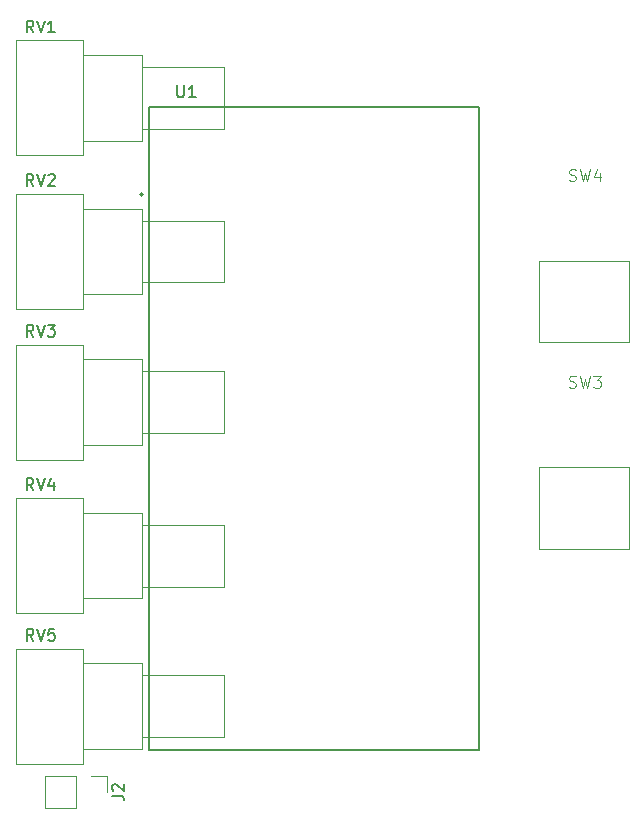
<source format=gbr>
%TF.GenerationSoftware,KiCad,Pcbnew,8.0.5*%
%TF.CreationDate,2024-11-17T20:05:27+09:00*%
%TF.ProjectId,VR_glove,56525f67-6c6f-4766-952e-6b696361645f,rev?*%
%TF.SameCoordinates,Original*%
%TF.FileFunction,Legend,Top*%
%TF.FilePolarity,Positive*%
%FSLAX46Y46*%
G04 Gerber Fmt 4.6, Leading zero omitted, Abs format (unit mm)*
G04 Created by KiCad (PCBNEW 8.0.5) date 2024-11-17 20:05:27*
%MOMM*%
%LPD*%
G01*
G04 APERTURE LIST*
%ADD10C,0.150000*%
%ADD11C,0.100000*%
%ADD12C,0.127000*%
%ADD13C,0.200000*%
%ADD14C,0.120000*%
G04 APERTURE END LIST*
D10*
X145308626Y-52428567D02*
X145308626Y-53238403D01*
X145308626Y-53238403D02*
X145356263Y-53333678D01*
X145356263Y-53333678D02*
X145403901Y-53381316D01*
X145403901Y-53381316D02*
X145499175Y-53428953D01*
X145499175Y-53428953D02*
X145689725Y-53428953D01*
X145689725Y-53428953D02*
X145785000Y-53381316D01*
X145785000Y-53381316D02*
X145832637Y-53333678D01*
X145832637Y-53333678D02*
X145880275Y-53238403D01*
X145880275Y-53238403D02*
X145880275Y-52428567D01*
X146880660Y-53428953D02*
X146309011Y-53428953D01*
X146594836Y-53428953D02*
X146594836Y-52428567D01*
X146594836Y-52428567D02*
X146499561Y-52571479D01*
X146499561Y-52571479D02*
X146404286Y-52666754D01*
X146404286Y-52666754D02*
X146309011Y-52714392D01*
X133154761Y-47954819D02*
X132821428Y-47478628D01*
X132583333Y-47954819D02*
X132583333Y-46954819D01*
X132583333Y-46954819D02*
X132964285Y-46954819D01*
X132964285Y-46954819D02*
X133059523Y-47002438D01*
X133059523Y-47002438D02*
X133107142Y-47050057D01*
X133107142Y-47050057D02*
X133154761Y-47145295D01*
X133154761Y-47145295D02*
X133154761Y-47288152D01*
X133154761Y-47288152D02*
X133107142Y-47383390D01*
X133107142Y-47383390D02*
X133059523Y-47431009D01*
X133059523Y-47431009D02*
X132964285Y-47478628D01*
X132964285Y-47478628D02*
X132583333Y-47478628D01*
X133440476Y-46954819D02*
X133773809Y-47954819D01*
X133773809Y-47954819D02*
X134107142Y-46954819D01*
X134964285Y-47954819D02*
X134392857Y-47954819D01*
X134678571Y-47954819D02*
X134678571Y-46954819D01*
X134678571Y-46954819D02*
X134583333Y-47097676D01*
X134583333Y-47097676D02*
X134488095Y-47192914D01*
X134488095Y-47192914D02*
X134392857Y-47240533D01*
D11*
X178516667Y-77979800D02*
X178659524Y-78027419D01*
X178659524Y-78027419D02*
X178897619Y-78027419D01*
X178897619Y-78027419D02*
X178992857Y-77979800D01*
X178992857Y-77979800D02*
X179040476Y-77932180D01*
X179040476Y-77932180D02*
X179088095Y-77836942D01*
X179088095Y-77836942D02*
X179088095Y-77741704D01*
X179088095Y-77741704D02*
X179040476Y-77646466D01*
X179040476Y-77646466D02*
X178992857Y-77598847D01*
X178992857Y-77598847D02*
X178897619Y-77551228D01*
X178897619Y-77551228D02*
X178707143Y-77503609D01*
X178707143Y-77503609D02*
X178611905Y-77455990D01*
X178611905Y-77455990D02*
X178564286Y-77408371D01*
X178564286Y-77408371D02*
X178516667Y-77313133D01*
X178516667Y-77313133D02*
X178516667Y-77217895D01*
X178516667Y-77217895D02*
X178564286Y-77122657D01*
X178564286Y-77122657D02*
X178611905Y-77075038D01*
X178611905Y-77075038D02*
X178707143Y-77027419D01*
X178707143Y-77027419D02*
X178945238Y-77027419D01*
X178945238Y-77027419D02*
X179088095Y-77075038D01*
X179421429Y-77027419D02*
X179659524Y-78027419D01*
X179659524Y-78027419D02*
X179850000Y-77313133D01*
X179850000Y-77313133D02*
X180040476Y-78027419D01*
X180040476Y-78027419D02*
X180278572Y-77027419D01*
X180564286Y-77027419D02*
X181183333Y-77027419D01*
X181183333Y-77027419D02*
X180850000Y-77408371D01*
X180850000Y-77408371D02*
X180992857Y-77408371D01*
X180992857Y-77408371D02*
X181088095Y-77455990D01*
X181088095Y-77455990D02*
X181135714Y-77503609D01*
X181135714Y-77503609D02*
X181183333Y-77598847D01*
X181183333Y-77598847D02*
X181183333Y-77836942D01*
X181183333Y-77836942D02*
X181135714Y-77932180D01*
X181135714Y-77932180D02*
X181088095Y-77979800D01*
X181088095Y-77979800D02*
X180992857Y-78027419D01*
X180992857Y-78027419D02*
X180707143Y-78027419D01*
X180707143Y-78027419D02*
X180611905Y-77979800D01*
X180611905Y-77979800D02*
X180564286Y-77932180D01*
D10*
X133154761Y-60954819D02*
X132821428Y-60478628D01*
X132583333Y-60954819D02*
X132583333Y-59954819D01*
X132583333Y-59954819D02*
X132964285Y-59954819D01*
X132964285Y-59954819D02*
X133059523Y-60002438D01*
X133059523Y-60002438D02*
X133107142Y-60050057D01*
X133107142Y-60050057D02*
X133154761Y-60145295D01*
X133154761Y-60145295D02*
X133154761Y-60288152D01*
X133154761Y-60288152D02*
X133107142Y-60383390D01*
X133107142Y-60383390D02*
X133059523Y-60431009D01*
X133059523Y-60431009D02*
X132964285Y-60478628D01*
X132964285Y-60478628D02*
X132583333Y-60478628D01*
X133440476Y-59954819D02*
X133773809Y-60954819D01*
X133773809Y-60954819D02*
X134107142Y-59954819D01*
X134392857Y-60050057D02*
X134440476Y-60002438D01*
X134440476Y-60002438D02*
X134535714Y-59954819D01*
X134535714Y-59954819D02*
X134773809Y-59954819D01*
X134773809Y-59954819D02*
X134869047Y-60002438D01*
X134869047Y-60002438D02*
X134916666Y-60050057D01*
X134916666Y-60050057D02*
X134964285Y-60145295D01*
X134964285Y-60145295D02*
X134964285Y-60240533D01*
X134964285Y-60240533D02*
X134916666Y-60383390D01*
X134916666Y-60383390D02*
X134345238Y-60954819D01*
X134345238Y-60954819D02*
X134964285Y-60954819D01*
X139809819Y-112583333D02*
X140524104Y-112583333D01*
X140524104Y-112583333D02*
X140666961Y-112630952D01*
X140666961Y-112630952D02*
X140762200Y-112726190D01*
X140762200Y-112726190D02*
X140809819Y-112869047D01*
X140809819Y-112869047D02*
X140809819Y-112964285D01*
X139905057Y-112154761D02*
X139857438Y-112107142D01*
X139857438Y-112107142D02*
X139809819Y-112011904D01*
X139809819Y-112011904D02*
X139809819Y-111773809D01*
X139809819Y-111773809D02*
X139857438Y-111678571D01*
X139857438Y-111678571D02*
X139905057Y-111630952D01*
X139905057Y-111630952D02*
X140000295Y-111583333D01*
X140000295Y-111583333D02*
X140095533Y-111583333D01*
X140095533Y-111583333D02*
X140238390Y-111630952D01*
X140238390Y-111630952D02*
X140809819Y-112202380D01*
X140809819Y-112202380D02*
X140809819Y-111583333D01*
D11*
X178516667Y-60479800D02*
X178659524Y-60527419D01*
X178659524Y-60527419D02*
X178897619Y-60527419D01*
X178897619Y-60527419D02*
X178992857Y-60479800D01*
X178992857Y-60479800D02*
X179040476Y-60432180D01*
X179040476Y-60432180D02*
X179088095Y-60336942D01*
X179088095Y-60336942D02*
X179088095Y-60241704D01*
X179088095Y-60241704D02*
X179040476Y-60146466D01*
X179040476Y-60146466D02*
X178992857Y-60098847D01*
X178992857Y-60098847D02*
X178897619Y-60051228D01*
X178897619Y-60051228D02*
X178707143Y-60003609D01*
X178707143Y-60003609D02*
X178611905Y-59955990D01*
X178611905Y-59955990D02*
X178564286Y-59908371D01*
X178564286Y-59908371D02*
X178516667Y-59813133D01*
X178516667Y-59813133D02*
X178516667Y-59717895D01*
X178516667Y-59717895D02*
X178564286Y-59622657D01*
X178564286Y-59622657D02*
X178611905Y-59575038D01*
X178611905Y-59575038D02*
X178707143Y-59527419D01*
X178707143Y-59527419D02*
X178945238Y-59527419D01*
X178945238Y-59527419D02*
X179088095Y-59575038D01*
X179421429Y-59527419D02*
X179659524Y-60527419D01*
X179659524Y-60527419D02*
X179850000Y-59813133D01*
X179850000Y-59813133D02*
X180040476Y-60527419D01*
X180040476Y-60527419D02*
X180278572Y-59527419D01*
X181088095Y-59860752D02*
X181088095Y-60527419D01*
X180850000Y-59479800D02*
X180611905Y-60194085D01*
X180611905Y-60194085D02*
X181230952Y-60194085D01*
D10*
X133154761Y-99454819D02*
X132821428Y-98978628D01*
X132583333Y-99454819D02*
X132583333Y-98454819D01*
X132583333Y-98454819D02*
X132964285Y-98454819D01*
X132964285Y-98454819D02*
X133059523Y-98502438D01*
X133059523Y-98502438D02*
X133107142Y-98550057D01*
X133107142Y-98550057D02*
X133154761Y-98645295D01*
X133154761Y-98645295D02*
X133154761Y-98788152D01*
X133154761Y-98788152D02*
X133107142Y-98883390D01*
X133107142Y-98883390D02*
X133059523Y-98931009D01*
X133059523Y-98931009D02*
X132964285Y-98978628D01*
X132964285Y-98978628D02*
X132583333Y-98978628D01*
X133440476Y-98454819D02*
X133773809Y-99454819D01*
X133773809Y-99454819D02*
X134107142Y-98454819D01*
X134916666Y-98454819D02*
X134440476Y-98454819D01*
X134440476Y-98454819D02*
X134392857Y-98931009D01*
X134392857Y-98931009D02*
X134440476Y-98883390D01*
X134440476Y-98883390D02*
X134535714Y-98835771D01*
X134535714Y-98835771D02*
X134773809Y-98835771D01*
X134773809Y-98835771D02*
X134869047Y-98883390D01*
X134869047Y-98883390D02*
X134916666Y-98931009D01*
X134916666Y-98931009D02*
X134964285Y-99026247D01*
X134964285Y-99026247D02*
X134964285Y-99264342D01*
X134964285Y-99264342D02*
X134916666Y-99359580D01*
X134916666Y-99359580D02*
X134869047Y-99407200D01*
X134869047Y-99407200D02*
X134773809Y-99454819D01*
X134773809Y-99454819D02*
X134535714Y-99454819D01*
X134535714Y-99454819D02*
X134440476Y-99407200D01*
X134440476Y-99407200D02*
X134392857Y-99359580D01*
X133154761Y-86704819D02*
X132821428Y-86228628D01*
X132583333Y-86704819D02*
X132583333Y-85704819D01*
X132583333Y-85704819D02*
X132964285Y-85704819D01*
X132964285Y-85704819D02*
X133059523Y-85752438D01*
X133059523Y-85752438D02*
X133107142Y-85800057D01*
X133107142Y-85800057D02*
X133154761Y-85895295D01*
X133154761Y-85895295D02*
X133154761Y-86038152D01*
X133154761Y-86038152D02*
X133107142Y-86133390D01*
X133107142Y-86133390D02*
X133059523Y-86181009D01*
X133059523Y-86181009D02*
X132964285Y-86228628D01*
X132964285Y-86228628D02*
X132583333Y-86228628D01*
X133440476Y-85704819D02*
X133773809Y-86704819D01*
X133773809Y-86704819D02*
X134107142Y-85704819D01*
X134869047Y-86038152D02*
X134869047Y-86704819D01*
X134630952Y-85657200D02*
X134392857Y-86371485D01*
X134392857Y-86371485D02*
X135011904Y-86371485D01*
X133154761Y-73704819D02*
X132821428Y-73228628D01*
X132583333Y-73704819D02*
X132583333Y-72704819D01*
X132583333Y-72704819D02*
X132964285Y-72704819D01*
X132964285Y-72704819D02*
X133059523Y-72752438D01*
X133059523Y-72752438D02*
X133107142Y-72800057D01*
X133107142Y-72800057D02*
X133154761Y-72895295D01*
X133154761Y-72895295D02*
X133154761Y-73038152D01*
X133154761Y-73038152D02*
X133107142Y-73133390D01*
X133107142Y-73133390D02*
X133059523Y-73181009D01*
X133059523Y-73181009D02*
X132964285Y-73228628D01*
X132964285Y-73228628D02*
X132583333Y-73228628D01*
X133440476Y-72704819D02*
X133773809Y-73704819D01*
X133773809Y-73704819D02*
X134107142Y-72704819D01*
X134345238Y-72704819D02*
X134964285Y-72704819D01*
X134964285Y-72704819D02*
X134630952Y-73085771D01*
X134630952Y-73085771D02*
X134773809Y-73085771D01*
X134773809Y-73085771D02*
X134869047Y-73133390D01*
X134869047Y-73133390D02*
X134916666Y-73181009D01*
X134916666Y-73181009D02*
X134964285Y-73276247D01*
X134964285Y-73276247D02*
X134964285Y-73514342D01*
X134964285Y-73514342D02*
X134916666Y-73609580D01*
X134916666Y-73609580D02*
X134869047Y-73657200D01*
X134869047Y-73657200D02*
X134773809Y-73704819D01*
X134773809Y-73704819D02*
X134488095Y-73704819D01*
X134488095Y-73704819D02*
X134392857Y-73657200D01*
X134392857Y-73657200D02*
X134345238Y-73609580D01*
D12*
%TO.C,U1*%
X142950000Y-54270000D02*
X170850000Y-54270000D01*
X142950000Y-108670000D02*
X142950000Y-54270000D01*
X170850000Y-54270000D02*
X170850000Y-108670000D01*
X170850000Y-108670000D02*
X142950000Y-108670000D01*
D13*
X142400000Y-61660000D02*
G75*
G02*
X142200000Y-61660000I-100000J0D01*
G01*
X142200000Y-61660000D02*
G75*
G02*
X142400000Y-61660000I100000J0D01*
G01*
D14*
%TO.C,RV1*%
X149320000Y-50880000D02*
X149320000Y-56120000D01*
X142320000Y-56120000D02*
X149320000Y-56120000D01*
X142320000Y-50880000D02*
X149320000Y-50880000D01*
X142320000Y-49880000D02*
X142320000Y-57120000D01*
X137320000Y-57120000D02*
X142320000Y-57120000D01*
X137320000Y-49880000D02*
X142320000Y-49880000D01*
X137320000Y-48630000D02*
X137320000Y-58370000D01*
X131679000Y-58370000D02*
X137320000Y-58370000D01*
X131679000Y-48630000D02*
X137320000Y-48630000D01*
X131679000Y-48630000D02*
X131679000Y-58370000D01*
%TO.C,SW3*%
D11*
X175950000Y-84770000D02*
X183550000Y-84770000D01*
X183550000Y-91670000D01*
X175950000Y-91670000D01*
X175950000Y-84770000D01*
D14*
%TO.C,RV2*%
X131679000Y-61630000D02*
X131679000Y-71370000D01*
X131679000Y-61630000D02*
X137320000Y-61630000D01*
X131679000Y-71370000D02*
X137320000Y-71370000D01*
X137320000Y-61630000D02*
X137320000Y-71370000D01*
X137320000Y-62880000D02*
X142320000Y-62880000D01*
X137320000Y-70120000D02*
X142320000Y-70120000D01*
X142320000Y-62880000D02*
X142320000Y-70120000D01*
X142320000Y-63880000D02*
X149320000Y-63880000D01*
X142320000Y-69120000D02*
X149320000Y-69120000D01*
X149320000Y-63880000D02*
X149320000Y-69120000D01*
%TO.C,J2*%
X139355000Y-110920000D02*
X139355000Y-112250000D01*
X138025000Y-110920000D02*
X139355000Y-110920000D01*
X136755000Y-113580000D02*
X134155000Y-113580000D01*
X136755000Y-110920000D02*
X136755000Y-113580000D01*
X136755000Y-110920000D02*
X134155000Y-110920000D01*
X134155000Y-110920000D02*
X134155000Y-113580000D01*
%TO.C,SW4*%
D11*
X175950000Y-67270000D02*
X183550000Y-67270000D01*
X183550000Y-74170000D01*
X175950000Y-74170000D01*
X175950000Y-67270000D01*
D14*
%TO.C,RV5*%
X131679000Y-100130000D02*
X131679000Y-109870000D01*
X131679000Y-100130000D02*
X137320000Y-100130000D01*
X131679000Y-109870000D02*
X137320000Y-109870000D01*
X137320000Y-100130000D02*
X137320000Y-109870000D01*
X137320000Y-101380000D02*
X142320000Y-101380000D01*
X137320000Y-108620000D02*
X142320000Y-108620000D01*
X142320000Y-101380000D02*
X142320000Y-108620000D01*
X142320000Y-102380000D02*
X149320000Y-102380000D01*
X142320000Y-107620000D02*
X149320000Y-107620000D01*
X149320000Y-102380000D02*
X149320000Y-107620000D01*
%TO.C,RV4*%
X131679000Y-87380000D02*
X131679000Y-97120000D01*
X131679000Y-87380000D02*
X137320000Y-87380000D01*
X131679000Y-97120000D02*
X137320000Y-97120000D01*
X137320000Y-87380000D02*
X137320000Y-97120000D01*
X137320000Y-88630000D02*
X142320000Y-88630000D01*
X137320000Y-95870000D02*
X142320000Y-95870000D01*
X142320000Y-88630000D02*
X142320000Y-95870000D01*
X142320000Y-89630000D02*
X149320000Y-89630000D01*
X142320000Y-94870000D02*
X149320000Y-94870000D01*
X149320000Y-89630000D02*
X149320000Y-94870000D01*
%TO.C,RV3*%
X131679000Y-74380000D02*
X131679000Y-84120000D01*
X131679000Y-74380000D02*
X137320000Y-74380000D01*
X131679000Y-84120000D02*
X137320000Y-84120000D01*
X137320000Y-74380000D02*
X137320000Y-84120000D01*
X137320000Y-75630000D02*
X142320000Y-75630000D01*
X137320000Y-82870000D02*
X142320000Y-82870000D01*
X142320000Y-75630000D02*
X142320000Y-82870000D01*
X142320000Y-76630000D02*
X149320000Y-76630000D01*
X142320000Y-81870000D02*
X149320000Y-81870000D01*
X149320000Y-76630000D02*
X149320000Y-81870000D01*
%TD*%
M02*

</source>
